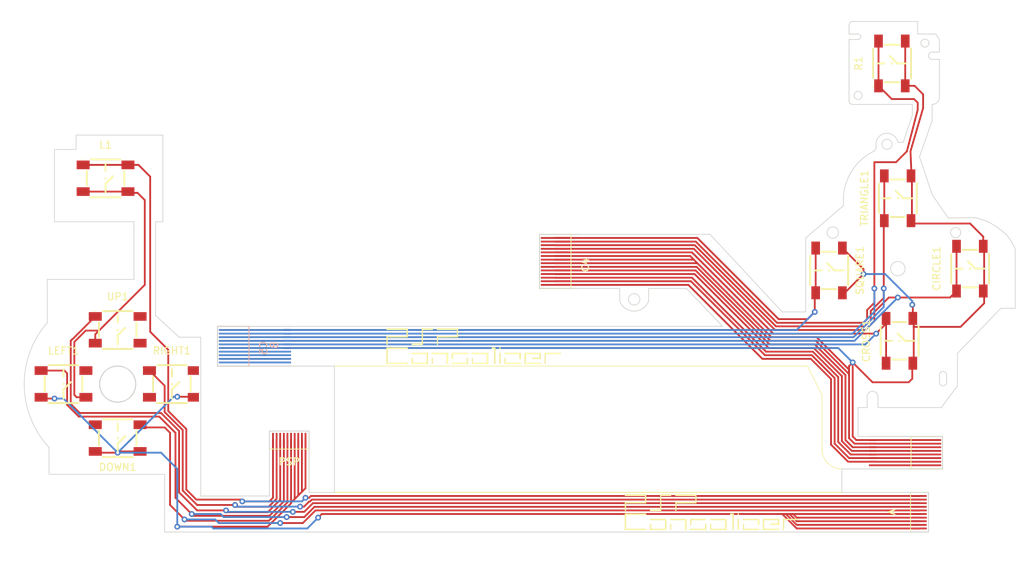
<source format=kicad_pcb>
(kicad_pcb (version 20221018) (generator pcbnew)
  (layers (0 "F.Cu" signal) (31 "B.Cu" signal) (34 "B.Paste" user) (35 "F.Paste" user) (36 "B.SilkS" user "B.Silkscreen") (37 "F.SilkS" user "F.Silkscreen") (38 "B.Mask" user) (39 "F.Mask" user) (44 "Edge.Cuts" user))
  (net 0 "")
  (net 1 "/l1")
  (net 2 "/right")
  (net 3 "/up")
  (net 4 "/left")
  (net 5 "/down")
  (net 6 "GND")
  (net 7 "/gnd")
  (net 8 "/one")
  (net 9 "/tw")
  (net 10 "/three")
  (net 11 "/four")
  (net 12 "/five")
  (net 14 "/cross")
  (net 15 "/Circle")
  (net 16 "/Triangle")
  (net 17 "/R1")
  (net 18 "/Square")
  (footprint "JLCPCB_footprint:KEY-SMD_4P-L5.2-W5.2-P3.70-LS6.4" (layer "F.Cu") (at 148 94.5 90)
    (fp_text reference "SQUARE1")
    (fp_text value "K2-1187SQ-E4SW-06")
  )
  (footprint "JLCPCB_footprint:KEY-SMD_4P-L5.2-W5.2-P3.70-LS6.4" (layer "F.Cu") (at 47.81985 81.75)
    (fp_text reference "L1")
    (fp_text value "K2-1187SQ-E4SW-06")
  )
  (footprint "consolizer:flex_long_14" (layer "F.Cu") (at 110.075 93.125 90)
    (fp_text reference "C4")
    (fp_text value "flex-conector_14")
    (fp_line (start -3.875 -2.18) (end 3.625 -2.179085) (stroke (width 0.12)) (layer "Edge.Cuts"))
    (fp_line (start -3.874493 3.5) (end -3.874493 -2.18) (stroke (width 0.12)) (layer "Edge.Cuts"))
    (fp_line (start 3.625 3.5) (end 3.625 -2.179085) (stroke (width 0.12)) (layer "Edge.Cuts"))
  )
  (footprint "JLCPCB_footprint:KEY-SMD_4P-L5.2-W5.2-P3.70-LS6.4" (layer "F.Cu") (at 56.999873 110.25)
    (fp_text reference "RIGHT1")
    (fp_text value "K2-1187SQ-E4SW-06")
  )
  (footprint "consolizer:flex_long_8" (layer "F.Cu") (at 150.432042 117.5 90)
    (fp_text reference "C3" hide)
    (fp_text value "flex-conector_8_1" hide)
    (fp_line (start -4.5 3.067043) (end -4.5 13.247043) (stroke (width 0.12)) (layer "Edge.Cuts"))
    (fp_line (start 0 3.067958) (end 0 13.247958) (stroke (width 0.12)) (layer "Edge.Cuts"))
    (fp_line (start 0 13.247958) (end -4.5 13.247043) (stroke (width 0.12)) (layer "Edge.Cuts"))
  )
  (footprint "JLCPCB_footprint:KEY-SMD_4P-L5.2-W5.2-P3.70-LS6.4" (layer "F.Cu") (at 41.999873 110.25)
    (fp_text reference "LEFT1")
    (fp_text value "K2-1187SQ-E4SW-06")
  )
  (footprint "JLCPCB_footprint:KEY-SMD_4P-L5.2-W5.2-P3.70-LS6.4" (layer "F.Cu") (at 157.75 104.25 90)
    (fp_text reference "CROSS1")
    (fp_text value "K2-1187SQ-E4SW-06")
  )
  (footprint "JLCPCB_footprint:KEY-SMD_4P-L5.2-W5.2-P3.70-LS6.4" (layer "F.Cu") (at 167.5 94.250127 90)
    (fp_text reference "CIRCLE1")
    (fp_text value "K2-1187SQ-E4SW-06")
  )
  (footprint "JLCPCB_footprint:KEY-SMD_4P-L5.2-W5.2-P3.70-LS6.4" (layer "F.Cu") (at 156.699962 65.819977 90)
    (fp_text reference "R1")
    (fp_text value "K2-1187SQ-E4SW-06")
  )
  (footprint "consolizer:logo_small" (layer "F.Cu") (at 131.75 128)
    (fp_text reference "G***" hide)
    (fp_text value "LOGO" hide)
  )
  (footprint "JLCPCB_footprint:KEY-SMD_4P-L5.2-W5.2-P3.70-LS6.4" (layer "F.Cu") (at 49.499873 102.75)
    (fp_text reference "UP1")
    (fp_text value "K2-1187SQ-E4SW-06")
  )
  (footprint "JLCPCB_footprint:KEY-SMD_4P-L5.2-W5.2-P3.70-LS6.4" (layer "F.Cu") (at 157.5 84.500127 90)
    (fp_text reference "TRIANGLE1")
    (fp_text value "K2-1187SQ-E4SW-06")
  )
  (footprint "JLCPCB_footprint:KEY-SMD_4P-L5.2-W5.2-P3.70-LS6.4" (layer "F.Cu") (at 49.499873 117.75)
    (fp_text reference "DOWN1")
    (fp_text value "K2-1187SQ-E4SW-06")
  )
  (footprint "consolizer:logo_small" (layer "F.Cu") (at 98.75 105)
    (fp_text reference "G***" hide)
    (fp_text value "LOGO" hide)
  )
  (footprint "consolizer:flex_short_10" (layer "F.Cu") (at 160.5 128.25 -90)
    (fp_text reference "C1" hide)
    (fp_text value "flex-conector_10")
    (fp_line (start -3 -1.25) (end -3 1.25) (stroke (width 0.12)) (layer "Edge.Cuts"))
    (fp_line (start -2.75 -1.25) (end -3 -1.25) (stroke (width 0.12)) (layer "Edge.Cuts"))
    (fp_line (start -2.75 -1.25) (end 2.25 -1.25) (stroke (width 0.12)) (layer "Edge.Cuts"))
    (fp_line (start 2.25 -1.25) (end 2.5 -1.25) (stroke (width 0.12)) (layer "Edge.Cuts"))
    (fp_line (start 2.5 -1.25) (end 2.5 1.25) (stroke (width 0.12)) (layer "Edge.Cuts"))
  )
  (footprint "consolizer:flex_short_10" (layer "F.Cu") (at 73.5 118)
    (fp_text reference "C2" hide)
    (fp_text value "flex-conector_10")
    (fp_line (start -3 -1.25) (end -3 1.25) (stroke (width 0.12)) (layer "Edge.Cuts"))
    (fp_line (start -2.75 -1.25) (end -3 -1.25) (stroke (width 0.12)) (layer "Edge.Cuts"))
    (fp_line (start -2.75 -1.25) (end 2.25 -1.25) (stroke (width 0.12)) (layer "Edge.Cuts"))
    (fp_line (start 2.25 -1.25) (end 2.5 -1.25) (stroke (width 0.12)) (layer "Edge.Cuts"))
    (fp_line (start 2.5 -1.25) (end 2.5 1.25) (stroke (width 0.12)) (layer "Edge.Cuts"))
  )
  (footprint "consolizer:flex_long_10" (layer "B.Cu") (at 67.5 105.25 -90)
    (fp_text reference "C5")
    (fp_text value "flex-conector_10")
    (fp_line (start -3 -6) (end -3 4.18) (stroke (width 0.12)) (layer "Edge.Cuts"))
    (fp_line (start -3 4.18) (end 2.5 4.179085) (stroke (width 0.12)) (layer "Edge.Cuts"))
    (fp_line (start 2.5 -6.000915) (end 2.5 4.179085) (stroke (width 0.12)) (layer "Edge.Cuts"))
  )
  (gr_circle (center 41.999873 110.25) (end 41.999873 110.25) (stroke (width 0.15)) (fill none) (layer "F.SilkS"))
  (gr_line (start 147 119.25) (end 147 111.75) (stroke (width 0.1)) (layer "F.SilkS"))
  (gr_line (start 147 111.75) (end 145 107.75) (stroke (width 0.1)) (layer "F.SilkS"))
  (gr_circle (center 157.5 84.500127) (end 157.5 84.500127) (stroke (width 0.15)) (fill none) (layer "F.SilkS"))
  (gr_circle (center 156.699962 65.820104) (end 156.699962 65.820104) (stroke (width 0.15)) (fill none) (layer "F.SilkS"))
  (gr_circle (center 167.5 94.250127) (end 167.5 94.250127) (stroke (width 0.15)) (fill none) (layer "F.SilkS"))
  (gr_line (start 138.499771 107.75) (end 145 107.75) (stroke (width 0.1)) (layer "F.SilkS"))
  (gr_circle (center 47.81985 81.75) (end 47.81985 81.75) (stroke (width 0.15)) (fill none) (layer "F.SilkS"))
  (gr_circle (center 49.499873 117.75) (end 49.499873 117.75) (stroke (width 0.15)) (fill none) (layer "F.SilkS"))
  (gr_line (start 79.5 107.75) (end 138.499771 107.75) (stroke (width 0.1)) (layer "F.SilkS"))
  (gr_arc (start 149.75 122) (mid 147.805456 121.194544) (end 147 119.25) (stroke (width 0.1)) (layer "F.SilkS"))
  (gr_circle (center 49.499873 102.75) (end 49.499873 102.75) (stroke (width 0.15)) (fill none) (layer "F.SilkS"))
  (gr_circle (center 56.999873 110.25) (end 56.999873 110.25) (stroke (width 0.15)) (fill none) (layer "F.SilkS"))
  (gr_circle (center 157.75 104.250127) (end 157.75 104.250127) (stroke (width 0.15)) (fill none) (layer "F.SilkS"))
  (gr_circle (center 148 94.500127) (end 148 94.500127) (stroke (width 0.15)) (fill none) (layer "F.SilkS"))
  (gr_line (start 79.5 125.25) (end 149.75 125.25) (stroke (width 0.15)) (layer "F.SilkS"))
  (gr_line (start 150.75 71) (end 150.75 62.5) (stroke (width 0.1)) (layer "Edge.Cuts"))
  (gr_line (start 162.25 84) (end 160.5 78.75) (stroke (width 0.1)) (layer "Edge.Cuts"))
  (gr_circle (center 157.5 94.25) (end 157.5 95.25) (stroke (width 0.1)) (fill none) (layer "Edge.Cuts"))
  (gr_line (start 163.25 62.5) (end 163.25 64.25) (stroke (width 0.1)) (layer "Edge.Cuts"))
  (gr_line (start 152 62.5) (end 150.75 62.5) (stroke (width 0.1)) (layer "Edge.Cuts"))
  (gr_arc (start 150.75 60.5) (mid 150.896447 60.146447) (end 151.25 60) (stroke (width 0.1)) (layer "Edge.Cuts"))
  (gr_line (start 171.75 99.75) (end 165.75 106) (stroke (width 0.1)) (layer "Edge.Cuts"))
  (gr_line (start 58 103.75) (end 54.75 100.75) (stroke (width 0.1)) (layer "Edge.Cuts"))
  (gr_line (start 150.000001 85.5) (end 144.75 90) (stroke (width 0.1)) (layer "Edge.Cuts"))
  (gr_line (start 55.75 87.75) (end 55.75 75.75) (stroke (width 0.1)) (layer "Edge.Cuts"))
  (gr_line (start 43.75 77.75) (end 40.75 77.75) (stroke (width 0.1)) (layer "Edge.Cuts"))
  (gr_line (start 173.75 91.5) (end 173.75 99.75) (stroke (width 0.1)) (layer "Edge.Cuts"))
  (gr_line (start 163.25 65.25) (end 163.25 70.5) (stroke (width 0.1)) (layer "Edge.Cuts"))
  (gr_line (start 144.75 90) (end 144.75 100.25) (stroke (width 0.1)) (layer "Edge.Cuts"))
  (gr_arc (start 151.25 71.5) (mid 150.896447 71.353553) (end 150.75 71) (stroke (width 0.1)) (layer "Edge.Cuts"))
  (gr_arc (start 163.25 70.5) (mid 162.957107 71.207107) (end 162.25 71.5) (stroke (width 0.1)) (layer "Edge.Cuts"))
  (gr_line (start 39.75 101.75) (end 39.75 95.75) (stroke (width 0.1)) (layer "Edge.Cuts"))
  (gr_line (start 162.25 73.75) (end 160.5 78.75) (stroke (width 0.1)) (layer "Edge.Cuts"))
  (gr_line (start 149.75 125.25) (end 159.25 125.25) (stroke (width 0.1)) (layer "Edge.Cuts"))
  (gr_circle (center 121 98.5) (end 120.75 99.25) (stroke (width 0.1)) (fill none) (layer "Edge.Cuts"))
  (gr_line (start 40.75 77.75) (end 40.75 87.75) (stroke (width 0.1)) (layer "Edge.Cuts"))
  (gr_line (start 131.5 89.5) (end 141.5 100.25) (stroke (width 0.1)) (layer "Edge.Cuts"))
  (gr_circle (center 156 77.015508) (end 156.5 77.5) (stroke (width 0.1)) (fill none) (layer "Edge.Cuts"))
  (gr_line (start 76 125.25) (end 79.5 125.25) (stroke (width 0.1)) (layer "Edge.Cuts"))
  (gr_line (start 123 97) (end 128.25 97) (stroke (width 0.1)) (layer "Edge.Cuts"))
  (gr_line (start 51.75 88.75) (end 51.75 95.75) (stroke (width 0.1)) (layer "Edge.Cuts"))
  (gr_arc (start 153.25 112) (mid 154 111.25) (end 154.75 112) (stroke (width 0.1)) (layer "Edge.Cuts"))
  (gr_line (start 133.25 102.25) (end 133 102.25) (stroke (width 0.1)) (layer "Edge.Cuts"))
  (gr_line (start 153.25 112) (end 153.25 113.5) (stroke (width 0.1)) (layer "Edge.Cuts"))
  (gr_line (start 43.75 75.75) (end 43.75 77.75) (stroke (width 0.1)) (layer "Edge.Cuts"))
  (gr_line (start 149.75 122) (end 153.5 122) (stroke (width 0.1)) (layer "Edge.Cuts"))
  (gr_line (start 70.5 119.25) (end 70.5 125.75) (stroke (width 0.1)) (layer "Edge.Cuts"))
  (gr_circle (center 165.5 89.25) (end 165 89.75) (stroke (width 0.1)) (fill none) (layer "Edge.Cuts"))
  (gr_line (start 163.25 110) (end 163.25 109) (stroke (width 0.1)) (layer "Edge.Cuts"))
  (gr_line (start 54.75 87.75) (end 55.75 87.75) (stroke (width 0.1)) (layer "Edge.Cuts"))
  (gr_line (start 159.5 71.5) (end 151.25 71.5) (stroke (width 0.1)) (layer "Edge.Cuts"))
  (gr_circle (center 148.5 89.25) (end 148.25 90) (stroke (width 0.1)) (fill none) (layer "Edge.Cuts"))
  (gr_line (start 158.25 76.75) (end 159.5 73) (stroke (width 0.1)) (layer "Edge.Cuts"))
  (gr_circle (center 152 70.25) (end 152.25 70.75) (stroke (width 0.1)) (fill none) (layer "Edge.Cuts"))
  (gr_line (start 150.75 61.75) (end 152 61.75) (stroke (width 0.1)) (layer "Edge.Cuts"))
  (gr_line (start 162.25 65.25) (end 163.25 65.25) (stroke (width 0.1)) (layer "Edge.Cuts"))
  (gr_line (start 56 130.75) (end 56 122.75) (stroke (width 0.1)) (layer "Edge.Cuts"))
  (gr_line (start 168 87.184928) (end 164.5 87.25) (stroke (width 0.1)) (layer "Edge.Cuts"))
  (gr_line (start 128.75 102.25) (end 73.5 102.25) (stroke (width 0.1)) (layer "Edge.Cuts"))
  (gr_line (start 39.985773 119.013103) (end 40 122.75) (stroke (width 0.1)) (layer "Edge.Cuts"))
  (gr_line (start 172.5 89.5) (end 173.25 90.5) (stroke (width 0.1)) (layer "Edge.Cuts"))
  (gr_line (start 40 122.75) (end 56 122.75) (stroke (width 0.1)) (layer "Edge.Cuts"))
  (gr_line (start 79.5 125.25) (end 79.5 107.75) (stroke (width 0.1)) (layer "Edge.Cuts"))
  (gr_line (start 162.25 71.75) (end 162.25 73.75) (stroke (width 0.1)) (layer "Edge.Cuts"))
  (gr_line (start 55.75 75.75) (end 43.75 75.75) (stroke (width 0.1)) (layer "Edge.Cuts"))
  (gr_line (start 171.25 88.5) (end 172.5 89.5) (stroke (width 0.1)) (layer "Edge.Cuts"))
  (gr_arc (start 122.999999 98.75) (mid 121 100.136) (end 119.000001 98.75) (stroke (width 0.1)) (layer "Edge.Cuts"))
  (gr_arc (start 150.000001 85.5) (mid 150.926199 81.062505) (end 154.230156 77.958785) (stroke (width 0.1)) (layer "Edge.Cuts"))
  (gr_arc (start 152 61.75) (mid 152.375 62.125) (end 152 62.5) (stroke (width 0.1)) (layer "Edge.Cuts"))
  (gr_line (start 141.5 100.25) (end 144.75 100.25) (stroke (width 0.1)) (layer "Edge.Cuts"))
  (gr_line (start 133 102.25) (end 128.75 102.25) (stroke (width 0.1)) (layer "Edge.Cuts"))
  (gr_arc (start 163.25 109) (mid 163.75 108.5) (end 164.25 109) (stroke (width 0.1)) (layer "Edge.Cuts"))
  (gr_line (start 128.25 97) (end 133.25 102.25) (stroke (width 0.1)) (layer "Edge.Cuts"))
  (gr_line (start 150.75 60.5) (end 150.75 61.75) (stroke (width 0.1)) (layer "Edge.Cuts"))
  (gr_line (start 165.75 106) (end 165.75 110.5) (stroke (width 0.1)) (layer "Edge.Cuts"))
  (gr_line (start 164.25 109) (end 164.25 110) (stroke (width 0.1)) (layer "Edge.Cuts"))
  (gr_line (start 173.25 90.5) (end 173.75 91.5) (stroke (width 0.1)) (layer "Edge.Cuts"))
  (gr_line (start 76 130.75) (end 159.25 130.75) (stroke (width 0.1)) (layer "Edge.Cuts"))
  (gr_line (start 170 87.75) (end 171.25 88.5) (stroke (width 0.1)) (layer "Edge.Cuts"))
  (gr_line (start 131.5 89.5) (end 113.575 89.500254) (stroke (width 0.1)) (layer "Edge.Cuts"))
  (gr_line (start 151.25 60) (end 160.25 60) (stroke (width 0.1)) (layer "Edge.Cuts"))
  (gr_line (start 79.5 107.75) (end 73.500915 107.75) (stroke (width 0.1)) (layer "Edge.Cuts"))
  (gr_circle (center 49.5 110.25) (end 52 110.25) (stroke (width 0.15)) (fill none) (layer "Edge.Cuts"))
  (gr_line (start 149.75 122) (end 149.75 125.25) (stroke (width 0.1)) (layer "Edge.Cuts"))
  (gr_line (start 173.75 99.75) (end 171.75 99.75) (stroke (width 0.1)) (layer "Edge.Cuts"))
  (gr_line (start 56 130.75) (end 76 130.75) (stroke (width 0.1)) (layer "Edge.Cuts"))
  (gr_line (start 153.25 113.5) (end 152 113.5) (stroke (width 0.1)) (layer "Edge.Cuts"))
  (gr_arc (start 154.500001 76.75) (mid 156 75.492185) (end 157.499999 76.75) (stroke (width 0.1)) (layer "Edge.Cuts"))
  (gr_line (start 168.5 87.25) (end 170 87.75) (stroke (width 0.1)) (layer "Edge.Cuts"))
  (gr_line (start 162.25 71.5) (end 162.25 71.75) (stroke (width 0.1)) (layer "Edge.Cuts"))
  (gr_line (start 154.230156 77.958785) (end 154.5 77.5) (stroke (width 0.1)) (layer "Edge.Cuts"))
  (gr_line (start 163.5 113.5) (end 154.75 113.5) (stroke (width 0.1)) (layer "Edge.Cuts"))
  (gr_arc (start 164.25 110) (mid 163.75 110.5) (end 163.25 110) (stroke (width 0.1)) (layer "Edge.Cuts"))
  (gr_arc (start 162.25 65.25) (mid 161.75 64.75) (end 162.25 64.25) (stroke (width 0.1)) (layer "Edge.Cuts"))
  (gr_line (start 119 97) (end 113.575 96.999747) (stroke (width 0.1)) (layer "Edge.Cuts"))
  (gr_line (start 76 125.25) (end 76 119.25) (stroke (width 0.1)) (layer "Edge.Cuts"))
  (gr_line (start 54.75 100.75) (end 54.75 95.75) (stroke (width 0.1)) (layer "Edge.Cuts"))
  (gr_line (start 119 97) (end 119 98.75) (stroke (width 0.1)) (layer "Edge.Cuts"))
  (gr_line (start 154.75 113.5) (end 154.75 112) (stroke (width 0.1)) (layer "Edge.Cuts"))
  (gr_line (start 40.75 87.75) (end 51.75 87.75) (stroke (width 0.1)) (layer "Edge.Cuts"))
  (gr_line (start 61 103.75) (end 58 103.75) (stroke (width 0.1)) (layer "Edge.Cuts"))
  (gr_line (start 54.75 87.75) (end 54.75 95.75) (stroke (width 0.1)) (layer "Edge.Cuts"))
  (gr_line (start 70.5 125.75) (end 61 125.75) (stroke (width 0.1)) (layer "Edge.Cuts"))
  (gr_line (start 154.5 77.5) (end 154.500001 76.75) (stroke (width 0.1)) (layer "Edge.Cuts"))
  (gr_line (start 163.25 64.25) (end 162.25 64.25) (stroke (width 0.1)) (layer "Edge.Cuts"))
  (gr_line (start 61 125.75) (end 61 103.75) (stroke (width 0.1)) (layer "Edge.Cuts"))
  (gr_line (start 165.75 110.5) (end 163.5 113.5) (stroke (width 0.1)) (layer "Edge.Cuts"))
  (gr_line (start 152 113.5) (end 152 117.5) (stroke (width 0.1)) (layer "Edge.Cuts"))
  (gr_line (start 157.5 76.75) (end 158.25 76.75) (stroke (width 0.1)) (layer "Edge.Cuts"))
  (gr_line (start 168 87.184928) (end 168.5 87.25) (stroke (width 0.1)) (layer "Edge.Cuts"))
  (gr_line (start 39.75 95.75) (end 51.75 95.75) (stroke (width 0.1)) (layer "Edge.Cuts"))
  (gr_line (start 162.75 61.75) (end 163.25 62.5) (stroke (width 0.1)) (layer "Edge.Cuts"))
  (gr_line (start 164.5 87.25) (end 162.25 84) (stroke (width 0.1)) (layer "Edge.Cuts"))
  (gr_line (start 51.75 87.75) (end 51.75 88.75) (stroke (width 0.1)) (layer "Edge.Cuts"))
  (gr_line (start 159.5 73) (end 159.5 71.5) (stroke (width 0.1)) (layer "Edge.Cuts"))
  (gr_line (start 160.25 61.75) (end 162.75 61.75) (stroke (width 0.1)) (layer "Edge.Cuts"))
  (gr_line (start 152 117.5) (end 153.499085 117.5) (stroke (width 0.1)) (layer "Edge.Cuts"))
  (gr_line (start 160.25 60) (end 160.25 61.75) (stroke (width 0.1)) (layer "Edge.Cuts"))
  (gr_circle (center 161.25 63) (end 161.75 63.25) (stroke (width 0.1)) (fill none) (layer "Edge.Cuts"))
  (gr_line (start 123 98.75) (end 123 97) (stroke (width 0.1)) (layer "Edge.Cuts"))
  (gr_arc (start 39.985773 119.013103) (mid 36.566273 110.426644) (end 39.75 101.75) (stroke (width 0.1)) (layer "Edge.Cuts"))
  (gr_text "B" (at 71.75 104.25 -270) (layer "B.SilkS") (effects (font (size 1 1)) (justify left bottom mirror)))
  (gr_text "A" (at 157.25 128.5 90) (layer "F.SilkS") (effects (font (size 1 1)) (justify left bottom)))
  (gr_text "PSP" (at 73.25 121) (layer "F.SilkS") (effects (font (size 1 1))))
  (segment (start 44.719774 79.875108) (end 50.919926 79.875108) (width 0.25) (layer "F.Cu") (net 1))
  (segment (start 66.5 126.25) (end 66.75 126.5) (width 0.25) (layer "F.Cu") (net 1))
  (segment (start 60.386396 126.25) (end 66.5 126.25) (width 0.25) (layer "F.Cu") (net 1))
  (segment (start 71 126) (end 70.5 126.5) (width 0.25) (layer "F.Cu") (net 1))
  (segment (start 76 126) (end 75.5 126) (width 0.25) (layer "F.Cu") (net 1))
  (segment (start 59 124.863604) (end 60.386396 126.25) (width 0.25) (layer "F.Cu") (net 1))
  (segment (start 160.5 125.75) (end 76.25 125.75) (width 0.25) (layer "F.Cu") (net 1))
  (segment (start 59 116.477208) (end 59 124.863604) (width 0.25) (layer "F.Cu") (net 1))
  (segment (start 70.5 126.5) (end 66.75 126.5) (width 0.25) (layer "F.Cu") (net 1))
  (segment (start 56.5 113.977208) (end 59 116.477208) (width 0.25) (layer "F.Cu") (net 1))
  (segment (start 56.5 105.5) (end 56.5 113.977208) (width 0.25) (layer "F.Cu") (net 1))
  (segment (start 71 118) (end 71 126) (width 0.25) (layer "F.Cu") (net 1))
  (segment (start 54 81.5) (end 54 103) (width 0.25) (layer "F.Cu") (net 1))
  (segment (start 76.25 125.75) (end 76 126) (width 0.25) (layer "F.Cu") (net 1))
  (segment (start 50.919926 79.875108) (end 52.375108 79.875108) (width 0.25) (layer "F.Cu") (net 1))
  (segment (start 52.375108 79.875108) (end 54 81.5) (width 0.25) (layer "F.Cu") (net 1))
  (segment (start 54 103) (end 56.5 105.5) (width 0.25) (layer "F.Cu") (net 1))
  (via (at 75.5 126) (size 0.8) (drill 0.4) (layers "F.Cu" "B.Cu") (net 1))
  (via (at 66.75 126.5) (size 0.8) (drill 0.4) (layers "F.Cu" "B.Cu") (net 1))
  (segment (start 66.75 126.5) (end 75 126.5) (width 0.25) (layer "B.Cu") (net 1))
  (segment (start 75 126.5) (end 75.5 126) (width 0.25) (layer "B.Cu") (net 1))
  (segment (start 76.123411 126.512307) (end 76.385718 126.25) (width 0.25) (layer "F.Cu") (net 2))
  (segment (start 56 110.475311) (end 56 114.113604) (width 0.25) (layer "F.Cu") (net 2))
  (segment (start 74.75 127.2245) (end 75.300114 127.2245) (width 0.25) (layer "F.Cu") (net 2))
  (segment (start 60.5 127) (end 65.75 127) (width 0.25) (layer "F.Cu") (net 2))
  (segment (start 76.012307 126.512307) (end 76.123411 126.512307) (width 0.25) (layer "F.Cu") (net 2))
  (segment (start 58.5 125) (end 60.5 127) (width 0.25) (layer "F.Cu") (net 2))
  (segment (start 53.899797 108.375108) (end 56 110.475311) (width 0.25) (layer "F.Cu") (net 2))
  (segment (start 56 114.113604) (end 58.5 116.613604) (width 0.25) (layer "F.Cu") (net 2))
  (segment (start 58.5 116.613604) (end 58.5 125) (width 0.25) (layer "F.Cu") (net 2))
  (segment (start 66 127.25) (end 65.75 127) (width 0.25) (layer "F.Cu") (net 2))
  (segment (start 71.5 126.135717) (end 70.385717 127.25) (width 0.25) (layer "F.Cu") (net 2))
  (segment (start 75.300114 127.2245) (end 76.012307 126.512307) (width 0.25) (layer "F.Cu") (net 2))
  (segment (start 70.385717 127.25) (end 66 127.25) (width 0.25) (layer "F.Cu") (net 2))
  (segment (start 71.5 118) (end 71.5 126.135717) (width 0.25) (layer "F.Cu") (net 2))
  (segment (start 76.385718 126.25) (end 160.5 126.25) (width 0.25) (layer "F.Cu") (net 2))
  (via (at 74.75 127.2245) (size 0.8) (drill 0.4) (layers "F.Cu" "B.Cu") (net 2))
  (via (at 65.75 127) (size 0.8) (drill 0.4) (layers "F.Cu" "B.Cu") (net 2))
  (segment (start 65.974511 127.224511) (end 74.749989 127.224511) (width 0.25) (layer "B.Cu") (net 2))
  (segment (start 65.75 127) (end 65.974511 127.224511) (width 0.25) (layer "B.Cu") (net 2))
  (segment (start 74.749989 127.224511) (end 74.75 127.2245) (width 0.25) (layer "B.Cu") (net 2))
  (segment (start 58 125.25) (end 60.5 127.75) (width 0.25) (layer "F.Cu") (net 3))
  (segment (start 70.271435 128) (end 64.75 128) (width 0.25) (layer "F.Cu") (net 3))
  (segment (start 72 126.271434) (end 71.978566 126.271434) (width 0.25) (layer "F.Cu") (net 3))
  (segment (start 60.5 127.75) (end 64.5 127.75) (width 0.25) (layer "F.Cu") (net 3))
  (segment (start 43.25 104.024905) (end 43.225095 104.024905) (width 0.25) (layer "F.Cu") (net 3))
  (segment (start 46.399797 100.875108) (end 43.25 104.024905) (width 0.25) (layer "F.Cu") (net 3))
  (segment (start 71.978566 126.271434) (end 71.94952 126.30048) (width 0.25) (layer "F.Cu") (net 3))
  (segment (start 64.75 128) (end 64.5 127.75) (width 0.25) (layer "F.Cu") (net 3))
  (segment (start 71.94952 126.30048) (end 71.94952 126.321915) (width 0.25) (layer "F.Cu") (net 3))
  (segment (start 160.5 126.75) (end 76.521436 126.75) (width 0.25) (layer "F.Cu") (net 3))
  (segment (start 75.322425 127.949011) (end 73.75 127.949011) (width 0.25) (layer "F.Cu") (net 3))
  (segment (start 55.5 114.25) (end 58 116.75) (width 0.25) (layer "F.Cu") (net 3))
  (segment (start 71.94952 126.321915) (end 70.271435 128) (width 0.25) (layer "F.Cu") (net 3))
  (segment (start 44.25 114.25) (end 55.5 114.25) (width 0.25) (layer "F.Cu") (net 3))
  (segment (start 43 104.25) (end 43 113) (width 0.25) (layer "F.Cu") (net 3))
  (segment (start 58 116.75) (end 58 125.25) (width 0.25) (layer "F.Cu") (net 3))
  (segment (start 43 113) (end 44.25 114.25) (width 0.25) (layer "F.Cu") (net 3))
  (segment (start 72 118) (end 72 126.271434) (width 0.25) (layer "F.Cu") (net 3))
  (segment (start 43.225095 104.024905) (end 43 104.25) (width 0.25) (layer "F.Cu") (net 3))
  (segment (start 76.521436 126.75) (end 75.322425 127.949011) (width 0.25) (layer "F.Cu") (net 3))
  (via (at 73.75 127.949011) (size 0.8) (drill 0.4) (layers "F.Cu" "B.Cu") (net 3))
  (via (at 64.5 127.75) (size 0.8) (drill 0.4) (layers "F.Cu" "B.Cu") (net 3))
  (segment (start 64.699011 127.949011) (end 64.5 127.75) (width 0.25) (layer "B.Cu") (net 3))
  (segment (start 73.75 127.949011) (end 64.699011 127.949011) (width 0.25) (layer "B.Cu") (net 3))
  (segment (start 42.5 113.136396) (end 42.5 108.75) (width 0.25) (layer "F.Cu") (net 4))
  (segment (start 76.75 127.25) (end 75.326489 128.673511) (width 0.25) (layer "F.Cu") (net 4))
  (segment (start 55.25 114.75) (end 44.113604 114.75) (width 0.25) (layer "F.Cu") (net 4))
  (segment (start 44.113604 114.75) (end 42.5 113.136396) (width 0.25) (layer "F.Cu") (net 4))
  (segment (start 42.125108 108.375108) (end 38.899797 108.375108) (width 0.25) (layer "F.Cu") (net 4))
  (segment (start 57.5 126) (end 57.5 117) (width 0.25) (layer "F.Cu") (net 4))
  (segment (start 72.5 118) (end 72.5 126.5) (width 0.25) (layer "F.Cu") (net 4))
  (segment (start 59.75 128.25) (end 57.5 126) (width 0.25) (layer "F.Cu") (net 4))
  (segment (start 160.5 127.25) (end 76.75 127.25) (width 0.25) (layer "F.Cu") (net 4))
  (segment (start 70.5 128.5) (end 60 128.5) (width 0.25) (layer "F.Cu") (net 4))
  (segment (start 72.5 126.5) (end 70.5 128.5) (width 0.25) (layer "F.Cu") (net 4))
  (segment (start 60 128.5) (end 59.75 128.25) (width 0.25) (layer "F.Cu") (net 4))
  (segment (start 75.326489 128.673511) (end 72.892691 128.673511) (width 0.25) (layer "F.Cu") (net 4))
  (segment (start 42.5 108.75) (end 42.125108 108.375108) (width 0.25) (layer "F.Cu") (net 4))
  (segment (start 57.5 117) (end 55.25 114.75) (width 0.25) (layer "F.Cu") (net 4))
  (via (at 72.892691 128.673511) (size 0.8) (drill 0.4) (layers "F.Cu" "B.Cu") (net 4))
  (via (at 59.75 128.25) (size 0.8) (drill 0.4) (layers "F.Cu" "B.Cu") (net 4))
  (segment (start 64.173511 128.673511) (end 63.75 128.25) (width 0.25) (layer "B.Cu") (net 4))
  (segment (start 63.75 128.25) (end 59.75 128.25) (width 0.25) (layer "B.Cu") (net 4))
  (segment (start 72.892691 128.673511) (end 64.173511 128.673511) (width 0.25) (layer "B.Cu") (net 4))
  (segment (start 52.599949 115.875108) (end 52.974841 116.25) (width 0.25) (layer "F.Cu") (net 5))
  (segment (start 56.75 117) (end 56.75 127) (width 0.25) (layer "F.Cu") (net 5))
  (segment (start 58.75 129) (end 58.80048 128.94952) (width 0.25) (layer "F.Cu") (net 5))
  (segment (start 70.431802 129.181802) (end 58.931802 129.181802) (width 0.25) (layer "F.Cu") (net 5))
  (segment (start 56 116.25) (end 56.75 117) (width 0.25) (layer "F.Cu") (net 5))
  (segment (start 73 126.635718) (end 73 118) (width 0.25) (layer "F.Cu") (net 5))
  (segment (start 70.664084 128.94952) (end 70.431802 129.181802) (width 0.25) (layer "F.Cu") (net 5))
  (segment (start 76.885718 127.75) (end 160.5 127.75) (width 0.25) (layer "F.Cu") (net 5))
  (segment (start 70.686197 128.94952) (end 70.664084 128.94952) (width 0.25) (layer "F.Cu") (net 5))
  (segment (start 72 129.5) (end 75.135718 129.5) (width 0.25) (layer "F.Cu") (net 5))
  (segment (start 52.974841 116.25) (end 56 116.25) (width 0.25) (layer "F.Cu") (net 5))
  (segment (start 56.75 127) (end 58.75 129) (width 0.25) (layer "F.Cu") (net 5))
  (segment (start 75.135718 129.5) (end 76.885718 127.75) (width 0.25) (layer "F.Cu") (net 5))
  (segment (start 58.931802 129.181802) (end 58.75 129) (width 0.25) (layer "F.Cu") (net 5))
  (segment (start 70.686197 128.94952) (end 73 126.635718) (width 0.25) (layer "F.Cu") (net 5))
  (via (at 58.75 129) (size 0.8) (drill 0.4) (layers "F.Cu" "B.Cu") (net 5))
  (via (at 72 129.5) (size 0.8) (drill 0.4) (layers "F.Cu" "B.Cu") (net 5))
  (segment (start 63 129) (end 63.5 129.5) (width 0.25) (layer "B.Cu") (net 5))
  (segment (start 58.75 129) (end 63 129) (width 0.25) (layer "B.Cu") (net 5))
  (segment (start 63.5 129.5) (end 72 129.5) (width 0.25) (layer "B.Cu") (net 5))
  (segment (start 44.719774 83.575133) (end 50.919926 83.575133) (width 0.25) (layer "F.Cu") (net 6))
  (segment (start 73.5 126.5) (end 73.589293 126.589293) (width 0.25) (layer "F.Cu") (net 6))
  (segment (start 77.75 128.25) (end 141.5 128.25) (width 0.25) (layer "F.Cu") (net 6))
  (segment (start 143.5 130.25) (end 141.5 128.25) (width 0.25) (layer "F.Cu") (net 6))
  (segment (start 53.25 96.5) (end 47 102.75) (width 0.25) (layer "F.Cu") (net 6))
  (segment (start 143 128.25) (end 143.5 128.75) (width 0.25) (layer "F.Cu") (net 6))
  (segment (start 45.825133 104.575133) (end 46.399797 104.575133) (width 0.25) (layer "F.Cu") (net 6))
  (segment (start 75.5 118) (end 75.5 124.678585) (width 0.25) (layer "F.Cu") (net 6))
  (segment (start 73.589293 126.589293) (end 74.464293 125.714293) (width 0.25) (layer "F.Cu") (net 6))
  (segment (start 38.899797 112.075133) (end 39.074664 112.25) (width 0.25) (layer "F.Cu") (net 6))
  (segment (start 73.5 118) (end 73.5 126.5) (width 0.25) (layer "F.Cu") (net 6))
  (segment (start 143.5 128.75) (end 160.5 128.75) (width 0.25) (layer "F.Cu") (net 6))
  (segment (start 70.872395 129.39904) (end 73.5 126.771435) (width 0.25) (layer "F.Cu") (net 6))
  (segment (start 52.599949 119.575133) (end 49.674867 119.575133) (width 0.25) (layer "F.Cu") (net 6))
  (segment (start 43.5 104.411301) (end 43.5 111.75) (width 0.25) (layer "F.Cu") (net 6))
  (segment (start 47 102.75) (end 46.919349 102.830651) (width 0.25) (layer "F.Cu") (net 6))
  (segment (start 70.872395 129.39904) (end 70.85096 129.39904) (width 0.25) (layer "F.Cu") (net 6))
  (segment (start 39.074664 112.25) (end 40.75 112.25) (width 0.25) (layer "F.Cu") (net 6))
  (segment (start 142.5 128.25) (end 142 128.25) (width 0.25) (layer "F.Cu") (net 6))
  (segment (start 77.75 128.25) (end 77.25 128.75) (width 0.25) (layer "F.Cu") (net 6))
  (segment (start 49.674867 119.575133) (end 49.5 119.75) (width 0.25) (layer "F.Cu") (net 6))
  (segment (start 74 118) (end 74 126.178586) (width 0.25) (layer "F.Cu") (net 6))
  (segment (start 46.574664 119.75) (end 46.399797 119.575133) (width 0.25) (layer "F.Cu") (net 6))
  (segment (start 160.5 130.25) (end 143.5 130.25) (width 0.25) (layer "F.Cu") (net 6))
  (segment (start 142 128.25) (end 143.5 129.75) (width 0.25) (layer "F.Cu") (net 6))
  (segment (start 70.85096 129.39904) (end 70.25 130) (width 0.25) (layer "F.Cu") (net 6))
  (segment (start 49.5 119.75) (end 46.574664 119.75) (width 0.25) (layer "F.Cu") (net 6))
  (segment (start 45.08065 102.830651) (end 43.5 104.411301) (width 0.25) (layer "F.Cu") (net 6))
  (segment (start 160.5 128.25) (end 143 128.25) (width 0.25) (layer "F.Cu") (net 6))
  (segment (start 50.919926 83.575133) (end 51.094793 83.75) (width 0.25) (layer "F.Cu") (net 6))
  (segment (start 74.5 118) (end 74.5 125.678586) (width 0.25) (layer "F.Cu") (net 6))
  (segment (start 53.25 84.75) (end 53.25 96.5) (width 0.25) (layer "F.Cu") (net 6))
  (segment (start 143.5 129.75) (end 160.5 129.75) (width 0.25) (layer "F.Cu") (net 6))
  (segment (start 43.5 111.75) (end 43.825133 112.075133) (width 0.25) (layer "F.Cu") (net 6))
  (segment (start 142 128.25) (end 141.5 128.25) (width 0.25) (layer "F.Cu") (net 6))
  (segment (start 75 118) (end 75 125.178586) (width 0.25) (layer "F.Cu") (net 6))
  (segment (start 70.25 130) (end 57.75 130) (width 0.25) (layer "F.Cu") (net 6))
  (segment (start 46.919349 102.830651) (end 45.08065 102.830651) (width 0.25) (layer "F.Cu") (net 6))
  (segment (start 43.825133 112.075133) (end 45.099949 112.075133) (width 0.25) (layer "F.Cu") (net 6))
  (segment (start 52.25 83.75) (end 53.25 84.75) (width 0.25) (layer "F.Cu") (net 6))
  (segment (start 73.5 126.771435) (end 73.5 126.5) (width 0.25) (layer "F.Cu") (net 6))
  (segment (start 57.75 112) (end 60.024816 112) (width 0.25) (layer "F.Cu") (net 6))
  (segment (start 74.464293 125.714293) (end 75.5 124.678585) (width 0.25) (layer "F.Cu") (net 6))
  (segment (start 143.5 129.25) (end 142.5 128.25) (width 0.25) (layer "F.Cu") (net 6))
  (segment (start 60.024816 112) (end 60.099949 112.075133) (width 0.25) (layer "F.Cu") (net 6))
  (segment (start 160.5 129.25) (end 143.5 129.25) (width 0.25) (layer "F.Cu") (net 6))
  (segment (start 143 128.25) (end 142.5 128.25) (width 0.25) (layer "F.Cu") (net 6))
  (segment (start 46.399797 104.575133) (end 46.399797 103.350203) (width 0.25) (layer "F.Cu") (net 6))
  (segment (start 51.094793 83.75) (end 52.25 83.75) (width 0.25) (layer "F.Cu") (net 6))
  (segment (start 46.399797 103.350203) (end 47 102.75) (width 0.25) (layer "F.Cu") (net 6))
  (via (at 49.5 119.75) (size 0.8) (drill 0.4) (layers "F.Cu" "B.Cu") (net 6))
  (via (at 77.25 128.75) (size 0.8) (drill 0.4) (layers "F.Cu" "B.Cu") (net 6))
  (via (at 57.75 130) (size 0.8) (drill 0.4) (layers "F.Cu" "B.Cu") (net 6))
  (via (at 57.75 112) (size 0.8) (drill 0.4) (layers "F.Cu" "B.Cu") (net 6))
  (via (at 40.75 112.25) (size 0.8) (drill 0.4) (layers "F.Cu" "B.Cu") (net 6))
  (segment (start 42 112.25) (end 40.75 112.25) (width 0.25) (layer "B.Cu") (net 6))
  (segment (start 75.75 130.25) (end 77.25 128.75) (width 0.25) (layer "B.Cu") (net 6))
  (segment (start 49.5 119.75) (end 57.25 112) (width 0.25) (layer "B.Cu") (net 6))
  (segment (start 57.25 112) (end 57.75 112) (width 0.25) (layer "B.Cu") (net 6))
  (segment (start 57.75 130) (end 57.75 122) (width 0.25) (layer "B.Cu") (net 6))
  (segment (start 49.5 119.75) (end 42 112.25) (width 0.25) (layer "B.Cu") (net 6))
  (segment (start 57.75 130) (end 62.5 130) (width 0.25) (layer "B.Cu") (net 6))
  (segment (start 56.75 121) (end 55.5 119.75) (width 0.25) (layer "B.Cu") (net 6))
  (segment (start 55.5 119.75) (end 49.5 119.75) (width 0.25) (layer "B.Cu") (net 6))
  (segment (start 62.75 130.25) (end 75.75 130.25) (width 0.25) (layer "B.Cu") (net 6))
  (segment (start 62.5 130) (end 62.75 130.25) (width 0.25) (layer "B.Cu") (net 6))
  (segment (start 57.75 122) (end 56.75 121) (width 0.25) (layer "B.Cu") (net 6))
  (segment (start 159.5 107.425209) (end 159.575133 107.350076) (width 0.25) (layer "F.Cu") (net 7))
  (segment (start 150.75 117.75) (end 150.75 109) (width 0.25) (layer "F.Cu") (net 7))
  (segment (start 169.450216 91.275007) (end 169.325133 91.149924) (width 0.25) (layer "F.Cu") (net 7))
  (segment (start 150.75 109) (end 150.75 108.5) (width 0.25) (layer "F.Cu") (net 7))
  (segment (start 110.075 93.5) (end 129.75 93.5) (width 0.25) (layer "F.Cu") (net 7))
  (segment (start 140 103.75) (end 146.25 103.75) (width 0.25) (layer "F.Cu") (net 7))
  (segment (start 159.700216 101.275007) (end 159.575133 101.149924) (width 0.25) (layer "F.Cu") (net 7))
  (segment (start 159.450216 82.569977) (end 159.25 78) (width 0.25) (layer "F.Cu") (net 7))
  (segment (start 158.525095 68.920053) (end 158.525095 62.719901) (width 0.25) (layer "F.Cu") (net 7))
  (segment (start 159 110) (end 159.5 109.5) (width 0.25) (layer "F.Cu") (net 7))
  (segment (start 151.5 118.5) (end 150.75 117.75) (width 0.25) (layer "F.Cu") (net 7))
  (segment (start 151 107.25) (end 151.25 107.25) (width 0.25) (layer "F.Cu") (net 7))
  (segment (start 110.075 92.5) (end 128.75 92.5) (width 0.25) (layer "F.Cu") (net 7))
  (segment (start 159.820231 68.920053) (end 158.525095 68.920053) (width 0.25) (layer "F.Cu") (net 7))
  (segment (start 110.075 94) (end 129.636396 94) (width 0.25) (layer "F.Cu") (net 7))
  (segment (start 159.25 78) (end 161 72) (width 0.25) (layer "F.Cu") (net 7))
  (segment (start 151.25 107.5) (end 151 107.25) (width 0.25) (layer "F.Cu") (net 7))
  (segment (start 159.575133 101.149924) (end 159.575133 99.325133) (width 0.25) (layer "F.Cu") (net 7))
  (segment (start 159.450216 86.700216) (end 159.450216 82.569977) (width 0.25) (layer "F.Cu") (net 7))
  (segment (start 150.75 107.75) (end 150.75 108.5) (width 0.25) (layer "F.Cu") (net 7))
  (segment (start 161 72) (end 161 70.099822) (width 0.25) (layer "F.Cu") (net 7))
  (segment (start 161 70.099822) (end 159.820231 68.920053) (width 0.25) (layer "F.Cu") (net 7))
  (segment (start 150.75 108.863604) (end 150.75 109) (width 0.25) (layer "F.Cu") (net 7))
  (segment (start 151.25 107.25) (end 154 110) (width 0.25) (layer "F.Cu") (net 7))
  (segment (start 151.25 117.5) (end 151.25 107.5) (width 0.25) (layer "F.Cu") (net 7))
  (segment (start 159.5 109.5) (end 159.5 107.425209) (width 0.25) (layer "F.Cu") (net 7))
  (segment (start 169.325133 91.149924) (end 169.325133 89.825133) (width 0.25) (layer "F.Cu") (net 7))
  (segment (start 150.75 108.25) (end 150.75 108.5) (width 0.25) (layer "F.Cu") (net 7))
  (segment (start 159.725057 88) (end 159.325133 87.600076) (width 0.25) (layer "F.Cu") (net 7))
  (segment (start 154 110) (end 159 110) (width 0.25) (layer "F.Cu") (net 7))
  (segment (start 129.75 93.5) (end 140 103.75) (width 0.25) (layer "F.Cu") (net 7))
  (segment (start 129.25 93) (end 129.75 93.5) (width 0.25) (layer "F.Cu") (net 7))
  (segment (start 159.700216 102.319977) (end 166.180023 102.319977) (width 0.25) (layer "F.Cu") (net 7))
  (segment (start 166.180023 102.319977) (end 169.450216 99.049784) (width 0.25) (layer "F.Cu") (net 7))
  (segment (start 159.575133 99.325133) (end 159.5 99.25) (width 0.25) (layer "F.Cu") (net 7))
  (segment (start 146.25 103.75) (end 150.75 108.25) (width 0.25) (layer "F.Cu") (net 7))
  (segment (start 159.700216 107.224993) (end 159.575133 107.350076) (width 0.25) (layer "F.Cu") (net 7))
  (segment (start 151.25 107.25) (end 150.75 107.75) (width 0.25) (layer "F.Cu") (net 7))
  (segment (start 151.75 118) (end 151.25 117.5) (width 0.25) (layer "F.Cu") (net 7))
  (segment (start 146.136396 104.25) (end 150.75 108.863604) (width 0.25) (layer "F.Cu") (net 7))
  (segment (start 129.636396 94) (end 139.886396 104.25) (width 0.25) (layer "F.Cu") (net 7))
  (segment (start 150.149924 97.600076) (end 149.825133 97.600076) (width 0.25) (layer "F.Cu") (net 7))
  (segment (start 139.886396 104.25) (end 146.136396 104.25) (width 0.25) (layer "F.Cu") (net 7))
  (segment (start 152.75 95) (end 152.75 94.324791) (width 0.25) (layer "F.Cu") (net 7))
  (segment (start 169.450216 99.049784) (end 169.450216 91.275007) (width 0.25) (layer "F.Cu") (net 7))
  (segment (start 159.700216 102.319977) (end 159.700216 101.275007) (width 0.25) (layer "F.Cu") (net 7))
  (segment (start 169.325133 89.825133) (end 167.5 88) (width 0.25) (layer "F.Cu") (net 7))
  (segment (start 152.75 94.324791) (end 149.825133 91.399924) (width 0.25) (layer "F.Cu") (net 7))
  (segment (start 159.700216 102.319977) (end 159.700216 107.224993) (width 0.25) (layer "F.Cu") (net 7))
  (segment (start 167.5 88) (end 159.725057 88) (width 0.25) (layer "F.Cu") (net 7))
  (segment (start 154.5 118.5) (end 151.5 118.5) (width 0.25) (layer "F.Cu") (net 7))
  (segment (start 154.5 118) (end 151.75 118) (width 0.25) (layer "F.Cu") (net 7))
  (segment (start 110.075 93) (end 129.25 93) (width 0.25) (layer "F.Cu") (net 7))
  (segment (start 128.75 92.5) (end 129.25 93) (width 0.25) (layer "F.Cu") (net 7))
  (segment (start 152.75 95) (end 150.149924 97.600076) (width 0.25) (layer "F.Cu") (net 7))
  (via (at 152.75 95) (size 0.8) (drill 0.4) (layers "F.Cu" "B.Cu") (net 7))
  (via (at 159.5 99.25) (size 0.8) (drill 0.4) (layers "F.Cu" "B.Cu") (net 7))
  (via (at 151.25 107.25) (size 0.8) (drill 0.4) (layers "F.Cu" "B.Cu") (net 7))
  (segment (start 159.5 98.75) (end 159.5 99.25) (width 0.25) (layer "B.Cu") (net 7))
  (segment (start 152.75 95) (end 155.75 95) (width 0.25) (layer "B.Cu") (net 7))
  (segment (start 155.75 95) (end 159.5 98.75) (width 0.25) (layer "B.Cu") (net 7))
  (segment (start 151.25 107.25) (end 149.25 105.25) (width 0.25) (layer "B.Cu") (net 7))
  (segment (start 149.25 105.25) (end 72.5 105.25) (width 0.25) (layer "B.Cu") (net 7))
  (segment (start 151.25 119) (end 150.25 118) (width 0.25) (layer "F.Cu") (net 8))
  (segment (start 150.25 118) (end 150.25 109) (width 0.25) (layer "F.Cu") (net 8))
  (segment (start 150.25 109) (end 146 104.75) (width 0.25) (layer "F.Cu") (net 8))
  (segment (start 154.5 119) (end 151.25 119) (width 0.25) (layer "F.Cu") (net 8))
  (segment (start 129.5 94.5) (end 110.075 94.5) (width 0.25) (layer "F.Cu") (net 8))
  (segment (start 146 104.75) (end 139.75 104.75) (width 0.25) (layer "F.Cu") (net 8))
  (segment (start 139.75 104.75) (end 129.5 94.5) (width 0.25) (layer "F.Cu") (net 8))
  (segment (start 145.863604 105.25) (end 149.75 109.136396) (width 0.25) (layer "F.Cu") (net 9))
  (segment (start 149.75 109.136396) (end 149.75 118.136396) (width 0.25) (layer "F.Cu") (net 9))
  (segment (start 149.75 118.136396) (end 151.113604 119.5) (width 0.25) (layer "F.Cu") (net 9))
  (segment (start 129.363604 95) (end 139.613604 105.25) (width 0.25) (layer "F.Cu") (net 9))
  (segment (start 110.075 95) (end 129.363604 95) (width 0.25) (layer "F.Cu") (net 9))
  (segment (start 151.113604 119.5) (end 154.5 119.5) (width 0.25) (layer "F.Cu") (net 9))
  (segment (start 139.613604 105.25) (end 145.863604 105.25) (width 0.25) (layer "F.Cu") (net 9))
  (segment (start 150.977208 120) (end 149.25 118.272792) (width 0.25) (layer "F.Cu") (net 10))
  (segment (start 129 95.5) (end 110.075 95.5) (width 0.25) (layer "F.Cu") (net 10))
  (segment (start 145.727208 105.75) (end 139.25 105.75) (width 0.25) (layer "F.Cu") (net 10))
  (segment (start 139.25 105.75) (end 129 95.5) (width 0.25) (layer "F.Cu") (net 10))
  (segment (start 149.25 109.272792) (end 145.727208 105.75) (width 0.25) (layer "F.Cu") (net 10))
  (segment (start 154.5 120) (end 150.977208 120) (width 0.25) (layer "F.Cu") (net 10))
  (segment (start 149.25 118.272792) (end 149.25 109.272792) (width 0.25) (layer "F.Cu") (net 10))
  (segment (start 145.590812 106.25) (end 148.75 109.409188) (width 0.25) (layer "F.Cu") (net 11))
  (segment (start 139.113604 106.25) (end 145.590812 106.25) (width 0.25) (layer "F.Cu") (net 11))
  (segment (start 128.863604 96) (end 139.113604 106.25) (width 0.25) (layer "F.Cu") (net 11))
  (segment (start 148.75 118.5) (end 150.75 120.5) (width 0.25) (layer "F.Cu") (net 11))
  (segment (start 110.075 96) (end 128.863604 96) (width 0.25) (layer "F.Cu") (net 11))
  (segment (start 150.75 120.5) (end 154.5 120.5) (width 0.25) (layer "F.Cu") (net 11))
  (segment (start 148.75 109.409188) (end 148.75 118.5) (width 0.25) (layer "F.Cu") (net 11))
  (segment (start 148.25 109.545584) (end 145.454416 106.75) (width 0.25) (layer "F.Cu") (net 12))
  (segment (start 154.5 121) (end 150.613604 121) (width 0.25) (layer "F.Cu") (net 12))
  (segment (start 148.25 118.636396) (end 148.25 109.545584) (width 0.25) (layer "F.Cu") (net 12))
  (segment (start 128.5 96.5) (end 110.075 96.5) (width 0.25) (layer "F.Cu") (net 12))
  (segment (start 145.454416 106.75) (end 138.75 106.75) (width 0.25) (layer "F.Cu") (net 12))
  (segment (start 150.613604 121) (end 148.25 118.636396) (width 0.25) (layer "F.Cu") (net 12))
  (segment (start 138.75 106.75) (end 128.5 96.5) (width 0.25) (layer "F.Cu") (net 12))
  (segment (start 155.875108 107.350076) (end 155.875108 101.149924) (width 0.25) (layer "F.Cu") (net 14))
  (segment (start 140.25 103.25) (end 154.5 103.25) (width 0.25) (layer "F.Cu") (net 14))
  (segment (start 154.5 103.25) (end 155.875108 101.874892) (width 0.25) (layer "F.Cu") (net 14))
  (segment (start 155.875108 101.874892) (end 155.875108 101.149924) (width 0.25) (layer "F.Cu") (net 14))
  (segment (start 129 92) (end 140.25 103.25) (width 0.25) (layer "F.Cu") (net 14))
  (segment (start 110.075 92) (end 129 92) (width 0.25) (layer "F.Cu") (net 14))
  (via (at 154.5 103.25) (size 0.8) (drill 0.4) (layers "F.Cu" "B.Cu") (net 14))
  (segment (start 153 104.75) (end 154.5 103.25) (width 0.25) (layer "B.Cu") (net 14))
  (segment (start 72.5 104.75) (end 153 104.75) (width 0.25) (layer "B.Cu") (net 14))
  (segment (start 110.075 91.5) (end 129.25 91.5) (width 0.25) (layer "F.Cu") (net 15))
  (segment (start 154.25 100.25) (end 156.25 98.25) (width 0.25) (layer "F.Cu") (net 15))
  (segment (start 140.5 102.75) (end 153 102.75) (width 0.25) (layer "F.Cu") (net 15))
  (segment (start 129.25 91.5) (end 140.5 102.75) (width 0.25) (layer "F.Cu") (net 15))
  (segment (start 164.725184 98.25) (end 165.625108 97.350076) (width 0.25) (layer "F.Cu") (net 15))
  (segment (start 165.625108 97.350076) (end 165.625108 91.149924) (width 0.25) (layer "F.Cu") (net 15))
  (segment (start 157.5 98.25) (end 164.725184 98.25) (width 0.25) (layer "F.Cu") (net 15))
  (segment (start 154.25 101.5) (end 154.25 100.25) (width 0.25) (layer "F.Cu") (net 15))
  (segment (start 153 102.75) (end 154.25 101.5) (width 0.25) (layer "F.Cu") (net 15))
  (segment (start 156.25 98.25) (end 157.5 98.25) (width 0.25) (layer "F.Cu") (net 15))
  (via (at 157.5 98.25) (size 0.8) (drill 0.4) (layers "F.Cu" "B.Cu") (net 15))
  (segment (start 151.5 104.25) (end 157.5 98.25) (width 0.25) (layer "B.Cu") (net 15))
  (segment (start 72.5 104.25) (end 151.5 104.25) (width 0.25) (layer "B.Cu") (net 15))
  (segment (start 155.550038 97) (end 155.550038 87.675146) (width 0.25) (layer "F.Cu") (net 16))
  (segment (start 155.550038 98.313566) (end 155.550038 97) (width 0.25) (layer "F.Cu") (net 16))
  (segment (start 140.636396 102.25) (end 152.863604 102.25) (width 0.25) (layer "F.Cu") (net 16))
  (segment (start 129.386396 91) (end 140.636396 102.25) (width 0.25) (layer "F.Cu") (net 16))
  (segment (start 153.75 101.363604) (end 153.75 100.113604) (width 0.25) (layer "F.Cu") (net 16))
  (segment (start 155.550038 87.675146) (end 155.625108 87.600076) (width 0.25) (layer "F.Cu") (net 16))
  (segment (start 110.075 91) (end 129.386396 91) (width 0.25) (layer "F.Cu") (net 16))
  (segment (start 155.625108 87.600076) (end 155.625108 81.399924) (width 0.25) (layer "F.Cu") (net 16))
  (segment (start 152.863604 102.25) (end 153.75 101.363604) (width 0.25) (layer "F.Cu") (net 16))
  (segment (start 153.75 100.113604) (end 155.550038 98.313566) (width 0.25) (layer "F.Cu") (net 16))
  (via (at 155.550038 97) (size 0.8) (drill 0.4) (layers "F.Cu" "B.Cu") (net 16))
  (segment (start 72.5 103.75) (end 151.363604 103.75) (width 0.25) (layer "B.Cu") (net 16))
  (segment (start 155.5 97.050038) (end 155.550038 97) (width 0.25) (layer "B.Cu") (net 16))
  (segment (start 155.550038 99.563566) (end 155.550038 97) (width 0.25) (layer "B.Cu") (net 16))
  (segment (start 151.363604 103.75) (end 155.550038 99.563566) (width 0.25) (layer "B.Cu") (net 16))
  (segment (start 154.25 98.977208) (end 154.25 97) (width 0.25) (layer "F.Cu") (net 17))
  (segment (start 129.522792 90.5) (end 140.772792 101.75) (width 0.25) (layer "F.Cu") (net 17))
  (segment (start 154.82507 68.920053) (end 154.82507 62.719901) (width 0.25) (layer "F.Cu") (net 17))
  (segment (start 153.25 101.227208) (end 153.25 99.977208) (width 0.25) (layer "F.Cu") (net 17))
  (segment (start 160.25 72.25) (end 160.25 71.25) (width 0.25) (layer "F.Cu") (net 17))
  (segment (start 140.772792 101.75) (end 152.727208 101.75) (width 0.25) (layer "F.Cu") (net 17))
  (segment (start 157.25 79.5) (end 158.75 78) (width 0.25) (layer "F.Cu") (net 17))
  (segment (start 156.655017 70.75) (end 154.82507 68.920053) (width 0.25) (layer "F.Cu") (net 17))
  (segment (start 158.75 78) (end 160.25 72.25) (width 0.25) (layer "F.Cu") (net 17))
  (segment (start 159.75 70.75) (end 156.655017 70.75) (width 0.25) (layer "F.Cu") (net 17))
  (segment (start 154.25 97) (end 154.25 79.5) (width 0.25) (layer "F.Cu") (net 17))
  (segment (start 154.25 79.5) (end 157.25 79.5) (width 0.25) (layer "F.Cu") (net 17))
  (segment (start 160.25 71.25) (end 159.75 70.75) (width 0.25) (layer "F.Cu") (net 17))
  (segment (start 110.075 90.5) (end 129.522792 90.5) (width 0.25) (layer "F.Cu") (net 17))
  (segment (start 152.727208 101.75) (end 153.25 101.227208) (width 0.25) (layer "F.Cu") (net 17))
  (segment (start 153.25 99.977208) (end 154.25 98.977208) (width 0.25) (layer "F.Cu") (net 17))
  (via (at 154.25 97) (size 0.8) (drill 0.4) (layers "F.Cu" "B.Cu") (net 17))
  (segment (start 154.25 100.227208) (end 154.25 97) (width 0.25) (layer "B.Cu") (net 17))
  (segment (start 151.227208 103.25) (end 154.25 100.227208) (width 0.25) (layer "B.Cu") (net 17))
  (segment (start 72.5 103.25) (end 151.227208 103.25) (width 0.25) (layer "B.Cu") (net 17))
  (segment (start 145 101.25) (end 146 100.25) (width 0.25) (layer "F.Cu") (net 18))
  (segment (start 146.125108 97.600076) (end 146.125108 91.399924) (width 0.25) (layer "F.Cu") (net 18))
  (segment (start 146 97.725184) (end 146.125108 97.600076) (width 0.25) (layer "F.Cu") (net 18))
  (segment (start 129.75 90) (end 141 101.25) (width 0.25) (layer "F.Cu") (net 18))
  (segment (start 110.075 90) (end 129.75 90) (width 0.25) (layer "F.Cu") (net 18))
  (segment (start 146 100.25) (end 146 97.725184) (width 0.25) (layer "F.Cu") (net 18))
  (segment (start 141 101.25) (end 145 101.25) (width 0.25) (layer "F.Cu") (net 18))
  (via (at 146 100.25) (size 0.8) (drill 0.4) (layers "F.Cu" "B.Cu") (net 18))
  (segment (start 143.5 102.75) (end 146 100.25) (width 0.25) (layer "B.Cu") (net 18))
  (segment (start 72.5 102.75) (end 143.5 102.75) (width 0.25) (layer "B.Cu") (net 18))
)
</source>
